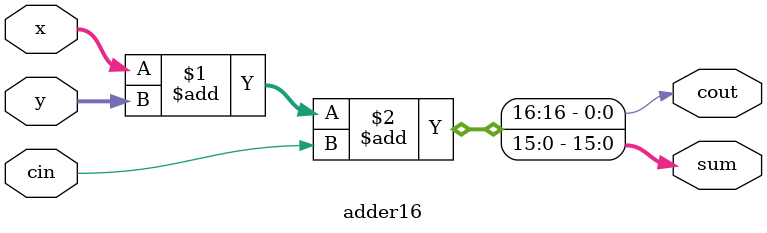
<source format=v>
/*                   *
 * adder16.v         *
 * 16 ¥Ó¥Ã¥È²Ã»»²óÏ© *
 * ÆþÎÏ x,y, ½ÐÎÏ y  *
 *                   */

module adder16 (x,y,cin,sum,cout);
	input [15:0] x,y;
	input cin;
	output [15:0] sum;
	output cout;

	assign {cout,sum} = x + y + cin;
endmodule


</source>
